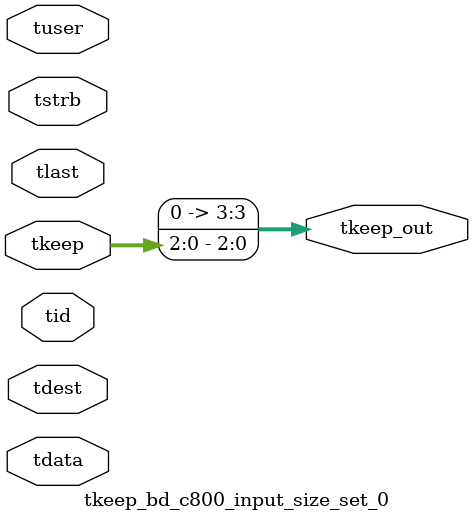
<source format=v>


`timescale 1ps/1ps

module tkeep_bd_c800_input_size_set_0 #
(
parameter C_S_AXIS_TDATA_WIDTH = 32,
parameter C_S_AXIS_TUSER_WIDTH = 0,
parameter C_S_AXIS_TID_WIDTH   = 0,
parameter C_S_AXIS_TDEST_WIDTH = 0,
parameter C_M_AXIS_TDATA_WIDTH = 32
)
(
input  [(C_S_AXIS_TDATA_WIDTH == 0 ? 1 : C_S_AXIS_TDATA_WIDTH)-1:0     ] tdata,
input  [(C_S_AXIS_TUSER_WIDTH == 0 ? 1 : C_S_AXIS_TUSER_WIDTH)-1:0     ] tuser,
input  [(C_S_AXIS_TID_WIDTH   == 0 ? 1 : C_S_AXIS_TID_WIDTH)-1:0       ] tid,
input  [(C_S_AXIS_TDEST_WIDTH == 0 ? 1 : C_S_AXIS_TDEST_WIDTH)-1:0     ] tdest,
input  [(C_S_AXIS_TDATA_WIDTH/8)-1:0 ] tkeep,
input  [(C_S_AXIS_TDATA_WIDTH/8)-1:0 ] tstrb,
input                                                                    tlast,
output [(C_M_AXIS_TDATA_WIDTH/8)-1:0 ] tkeep_out
);

assign tkeep_out = {tkeep[2:0]};

endmodule


</source>
